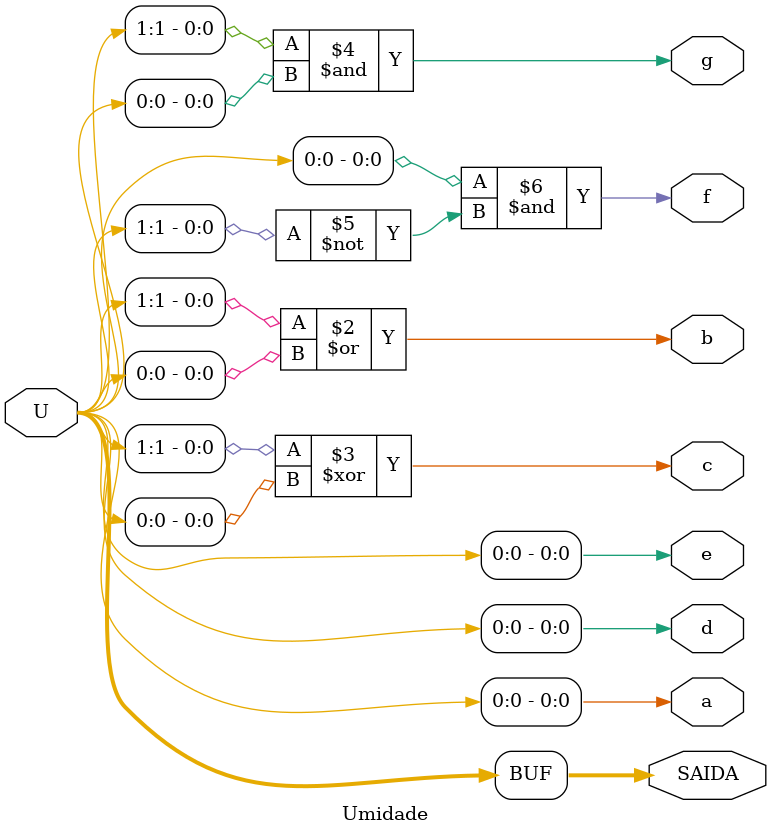
<source format=sv>
module Umidade(
  input logic [1:0] U,
  output logic [1:0]SAIDA,
  output logic a,b,c,d,e,f,g
);
  always_comb
    begin
      /* Esse caso representa a saida, sem o display a Saida = U */
      SAIDA <= U;
      
      /*
      Nessa Parte é feito a representação da saida se fosse um display de 7 segmentos.
      */
      a <= U[0];
      b <= U[1] | U[0];
      c <= U[1] ^ U[0];
      d <= U[0];
      e <= U[0];
      g <= U[1] & U[0];
      f <= U[0] & ~U[1];
    end
endmodule
</source>
